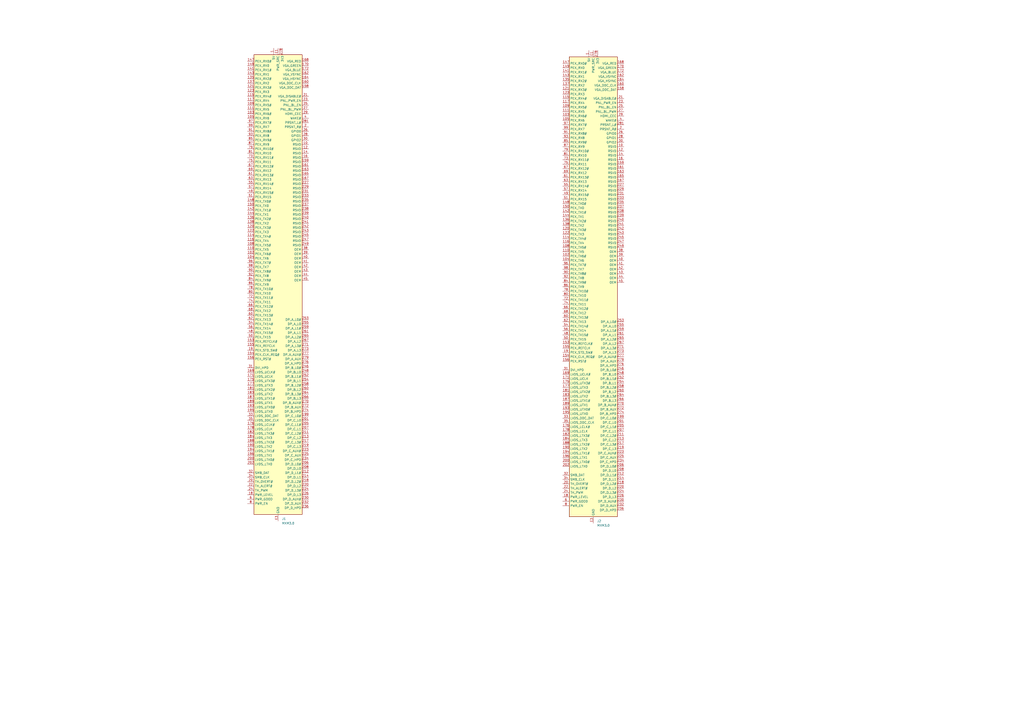
<source format=kicad_sch>
(kicad_sch (version 20230121) (generator eeschema)
  (paper "A2")
  (lib_symbols
    (symbol "Connector:MXM3.0"
      (property "Reference" "J" (at 0 2.54 0))
      (property "Value" "MXM3.0" (at 0 0 0))
      (symbol "MXM3.0_1_1"
        (rectangle (start -13.97 133.35) (end 13.97 -133.35) (stroke (width 0.254)) (fill (type background)))
        (pin power_in line (at -2.54 137.16 270) (length 3.81) (name "5V") (number "1"))
        (pin bidirectional line (at 17.78 81.28 180) (length 3.81) (name "RSVD") (number "10"))
        (pin passive line (at 0 -137.16 90) (length 3.81) hide (name "GND") (number "100"))
        (pin passive line (at 0 -137.16 90) (length 3.81) hide (name "GND") (number "101"))
        (pin input line (at -17.78 17.78 0) (length 3.81) (name "PEX_TX6#") (number "102"))
        (pin output line (at -17.78 99.06 0) (length 3.81) (name "PEX_RX6#") (number "103"))
        (pin input line (at -17.78 15.24 0) (length 3.81) (name "PEX_TX6") (number "104"))
        (pin output line (at -17.78 96.52 0) (length 3.81) (name "PEX_RX6") (number "105"))
        (pin passive line (at 0 -137.16 90) (length 3.81) hide (name "GND") (number "106"))
        (pin passive line (at 0 -137.16 90) (length 3.81) hide (name "GND") (number "107"))
        (pin input line (at -17.78 22.86 0) (length 3.81) (name "PEX_TX5#") (number "108"))
        (pin output line (at -17.78 104.14 0) (length 3.81) (name "PEX_RX5#") (number "109"))
        (pin passive line (at 0 -137.16 90) (length 3.81) hide (name "GND") (number "11"))
        (pin input line (at -17.78 20.32 0) (length 3.81) (name "PEX_TX5") (number "110"))
        (pin output line (at -17.78 101.6 0) (length 3.81) (name "PEX_RX5") (number "111"))
        (pin passive line (at 0 -137.16 90) (length 3.81) hide (name "GND") (number "112"))
        (pin passive line (at 0 -137.16 90) (length 3.81) hide (name "GND") (number "113"))
        (pin input line (at -17.78 27.94 0) (length 3.81) (name "PEX_TX4#") (number "114"))
        (pin output line (at -17.78 109.22 0) (length 3.81) (name "PEX_RX4#") (number "115"))
        (pin input line (at -17.78 25.4 0) (length 3.81) (name "PEX_TX4") (number "116"))
        (pin output line (at -17.78 106.68 0) (length 3.81) (name "PEX_RX4") (number "117"))
        (pin passive line (at 0 -137.16 90) (length 3.81) hide (name "GND") (number "118"))
        (pin passive line (at 0 -137.16 90) (length 3.81) hide (name "GND") (number "119"))
        (pin bidirectional line (at 17.78 78.74 180) (length 3.81) (name "RSVD") (number "12"))
        (pin input line (at -17.78 33.02 0) (length 3.81) (name "PEX_TX3#") (number "120"))
        (pin output line (at -17.78 114.3 0) (length 3.81) (name "PEX_RX3#") (number "121"))
        (pin input line (at -17.78 30.48 0) (length 3.81) (name "PEX_TX3") (number "122"))
        (pin output line (at -17.78 111.76 0) (length 3.81) (name "PEX_RX3") (number "123"))
        (pin passive line (at 0 -137.16 90) (length 3.81) hide (name "GND") (number "124"))
        (pin passive line (at 0 -137.16 90) (length 3.81) hide (name "GND") (number "125"))
        (pin passive line (at 0 -137.16 90) (length 3.81) hide (name "GND") (number "13"))
        (pin passive line (at 0 -137.16 90) (length 3.81) hide (name "GND") (number "133"))
        (pin passive line (at 0 -137.16 90) (length 3.81) hide (name "GND") (number "134"))
        (pin output line (at -17.78 119.38 0) (length 3.81) (name "PEX_RX2#") (number "135"))
        (pin input line (at -17.78 38.1 0) (length 3.81) (name "PEX_TX2#") (number "136"))
        (pin output line (at -17.78 116.84 0) (length 3.81) (name "PEX_RX2") (number "137"))
        (pin input line (at -17.78 35.56 0) (length 3.81) (name "PEX_TX2") (number "138"))
        (pin passive line (at 0 -137.16 90) (length 3.81) hide (name "GND") (number "139"))
        (pin bidirectional line (at 17.78 76.2 180) (length 3.81) (name "RSVD") (number "14"))
        (pin passive line (at 0 -137.16 90) (length 3.81) hide (name "GND") (number "140"))
        (pin output line (at -17.78 124.46 0) (length 3.81) (name "PEX_RX1#") (number "141"))
        (pin input line (at -17.78 43.18 0) (length 3.81) (name "PEX_TX1#") (number "142"))
        (pin output line (at -17.78 121.92 0) (length 3.81) (name "PEX_RX1") (number "143"))
        (pin input line (at -17.78 40.64 0) (length 3.81) (name "PEX_TX1") (number "144"))
        (pin passive line (at 0 -137.16 90) (length 3.81) hide (name "GND") (number "145"))
        (pin passive line (at 0 -137.16 90) (length 3.81) hide (name "GND") (number "146"))
        (pin output line (at -17.78 129.54 0) (length 3.81) (name "PEX_RX0#") (number "147"))
        (pin input line (at -17.78 48.26 0) (length 3.81) (name "PEX_TX0#") (number "148"))
        (pin output line (at -17.78 127 0) (length 3.81) (name "PEX_RX0") (number "149"))
        (pin passive line (at 0 -137.16 90) (length 3.81) hide (name "GND") (number "15"))
        (pin input line (at -17.78 45.72 0) (length 3.81) (name "PEX_TX0") (number "150"))
        (pin passive line (at 0 -137.16 90) (length 3.81) hide (name "GND") (number "151"))
        (pin passive line (at 0 -137.16 90) (length 3.81) hide (name "GND") (number "152"))
        (pin input line (at -17.78 -33.02 0) (length 3.81) (name "PEX_REFCLK#") (number "153"))
        (pin output line (at -17.78 -40.64 0) (length 3.81) (name "PEX_CLK_REQ#") (number "154"))
        (pin input line (at -17.78 -35.56 0) (length 3.81) (name "PEX_REFCLK") (number "155"))
        (pin input line (at -17.78 -43.18 0) (length 3.81) (name "PEX_RST#") (number "156"))
        (pin passive line (at 0 -137.16 90) (length 3.81) hide (name "GND") (number "157"))
        (pin bidirectional line (at 17.78 114.3 180) (length 3.81) (name "VGA_DDC_DAT") (number "158"))
        (pin bidirectional line (at 17.78 71.12 180) (length 3.81) (name "RSVD") (number "159"))
        (pin bidirectional line (at 17.78 73.66 180) (length 3.81) (name "RSVD") (number "16"))
        (pin output line (at 17.78 116.84 180) (length 3.81) (name "VGA_DDC_CLK") (number "160"))
        (pin bidirectional line (at 17.78 68.58 180) (length 3.81) (name "RSVD") (number "161"))
        (pin output line (at 17.78 121.92 180) (length 3.81) (name "VGA_VSYNC") (number "162"))
        (pin bidirectional line (at 17.78 66.04 180) (length 3.81) (name "RSVD") (number "163"))
        (pin output line (at 17.78 119.38 180) (length 3.81) (name "VGA_HSYNC") (number "164"))
        (pin bidirectional line (at 17.78 63.5 180) (length 3.81) (name "RSVD") (number "165"))
        (pin passive line (at 0 -137.16 90) (length 3.81) hide (name "GND") (number "166"))
        (pin bidirectional line (at 17.78 60.96 180) (length 3.81) (name "RSVD") (number "167"))
        (pin output line (at 17.78 129.54 180) (length 3.81) (name "VGA_RED") (number "168"))
        (pin output line (at -17.78 -50.8 0) (length 3.81) (name "LVDS_UCLK#") (number "169"))
        (pin passive line (at 0 -137.16 90) (length 3.81) hide (name "GND") (number "17"))
        (pin output line (at 17.78 127 180) (length 3.81) (name "VGA_GREEN") (number "170"))
        (pin output line (at -17.78 -53.34 0) (length 3.81) (name "LVDS_UCLK") (number "171"))
        (pin output line (at 17.78 124.46 180) (length 3.81) (name "VGA_BLUE") (number "172"))
        (pin passive line (at 0 -137.16 90) (length 3.81) hide (name "GND") (number "173"))
        (pin passive line (at 0 -137.16 90) (length 3.81) hide (name "GND") (number "174"))
        (pin output line (at -17.78 -55.88 0) (length 3.81) (name "LVDS_UTX3#") (number "175"))
        (pin output line (at -17.78 -81.28 0) (length 3.81) (name "LVDS_LCLK#") (number "176"))
        (pin output line (at -17.78 -58.42 0) (length 3.81) (name "LVDS_UTX3") (number "177"))
        (pin output line (at -17.78 -83.82 0) (length 3.81) (name "LVDS_LCLK") (number "178"))
        (pin passive line (at 0 -137.16 90) (length 3.81) hide (name "GND") (number "179"))
        (pin input line (at -17.78 -121.92 0) (length 3.81) (name "PWR_LEVEL") (number "18"))
        (pin passive line (at 0 -137.16 90) (length 3.81) hide (name "GND") (number "180"))
        (pin output line (at -17.78 -60.96 0) (length 3.81) (name "LVDS_UTX2#") (number "181"))
        (pin output line (at -17.78 -86.36 0) (length 3.81) (name "LVDS_LTX3#") (number "182"))
        (pin output line (at -17.78 -63.5 0) (length 3.81) (name "LVDS_UTX2") (number "183"))
        (pin output line (at -17.78 -88.9 0) (length 3.81) (name "LVDS_LTX3") (number "184"))
        (pin passive line (at 0 -137.16 90) (length 3.81) hide (name "GND") (number "185"))
        (pin passive line (at 0 -137.16 90) (length 3.81) hide (name "GND") (number "186"))
        (pin output line (at -17.78 -66.04 0) (length 3.81) (name "LVDS_UTX1#") (number "187"))
        (pin output line (at -17.78 -91.44 0) (length 3.81) (name "LVDS_LTX2#") (number "188"))
        (pin output line (at -17.78 -68.58 0) (length 3.81) (name "LVDS_UTX1") (number "189"))
        (pin input line (at -17.78 -38.1 0) (length 3.81) (name "PEX_STD_SW#") (number "19"))
        (pin output line (at -17.78 -93.98 0) (length 3.81) (name "LVDS_LTX2") (number "190"))
        (pin passive line (at 0 -137.16 90) (length 3.81) hide (name "GND") (number "191"))
        (pin passive line (at 0 -137.16 90) (length 3.81) hide (name "GND") (number "192"))
        (pin output line (at -17.78 -71.12 0) (length 3.81) (name "LVDS_UTX0#") (number "193"))
        (pin output line (at -17.78 -96.52 0) (length 3.81) (name "LVDS_LTX1#") (number "194"))
        (pin output line (at -17.78 -73.66 0) (length 3.81) (name "LVDS_UTX0") (number "195"))
        (pin output line (at -17.78 -99.06 0) (length 3.81) (name "LVDS_LTX1") (number "196"))
        (pin passive line (at 0 -137.16 90) (length 3.81) hide (name "GND") (number "197"))
        (pin passive line (at 0 -137.16 90) (length 3.81) hide (name "GND") (number "198"))
        (pin output line (at 17.78 -76.2 180) (length 3.81) (name "DP_C_L0#") (number "199"))
        (pin output line (at 17.78 91.44 180) (length 3.81) (name "PRSNT_R#") (number "2"))
        (pin output line (at -17.78 -114.3 0) (length 3.81) (name "TH_OVERT#") (number "20"))
        (pin output line (at -17.78 -101.6 0) (length 3.81) (name "LVDS_LTX0#") (number "200"))
        (pin output line (at 17.78 -78.74 180) (length 3.81) (name "DP_C_L0") (number "201"))
        (pin output line (at -17.78 -104.14 0) (length 3.81) (name "LVDS_LTX0") (number "202"))
        (pin passive line (at 0 -137.16 90) (length 3.81) hide (name "GND") (number "203"))
        (pin passive line (at 0 -137.16 90) (length 3.81) hide (name "GND") (number "204"))
        (pin output line (at 17.78 -81.28 180) (length 3.81) (name "DP_C_L1#") (number "205"))
        (pin output line (at 17.78 -104.14 180) (length 3.81) (name "DP_D_L0#") (number "206"))
        (pin output line (at 17.78 -83.82 180) (length 3.81) (name "DP_C_L1") (number "207"))
        (pin output line (at 17.78 -106.68 180) (length 3.81) (name "DP_D_L0") (number "208"))
        (pin passive line (at 0 -137.16 90) (length 3.81) hide (name "GND") (number "209"))
        (pin input line (at 17.78 109.22 180) (length 3.81) (name "VGA_DISABLE#") (number "21"))
        (pin passive line (at 0 -137.16 90) (length 3.81) hide (name "GND") (number "210"))
        (pin output line (at 17.78 -86.36 180) (length 3.81) (name "DP_C_L2#") (number "211"))
        (pin output line (at 17.78 -109.22 180) (length 3.81) (name "DP_D_L1#") (number "212"))
        (pin output line (at 17.78 -88.9 180) (length 3.81) (name "DP_C_L2") (number "213"))
        (pin output line (at 17.78 -111.76 180) (length 3.81) (name "DP_D_L1") (number "214"))
        (pin passive line (at 0 -137.16 90) (length 3.81) hide (name "GND") (number "215"))
        (pin passive line (at 0 -137.16 90) (length 3.81) hide (name "GND") (number "216"))
        (pin output line (at 17.78 -91.44 180) (length 3.81) (name "DP_C_L3#") (number "217"))
        (pin output line (at 17.78 -114.3 180) (length 3.81) (name "DP_D_L2#") (number "218"))
        (pin output line (at 17.78 -93.98 180) (length 3.81) (name "DP_C_L3") (number "219"))
        (pin bidirectional line (at -17.78 -116.84 0) (length 3.81) (name "TH_ALERT#") (number "22"))
        (pin output line (at 17.78 -116.84 180) (length 3.81) (name "DP_D_L2") (number "220"))
        (pin passive line (at 0 -137.16 90) (length 3.81) hide (name "GND") (number "221"))
        (pin passive line (at 0 -137.16 90) (length 3.81) hide (name "GND") (number "222"))
        (pin bidirectional line (at 17.78 -96.52 180) (length 3.81) (name "DP_C_AUX#") (number "223"))
        (pin output line (at 17.78 -119.38 180) (length 3.81) (name "DP_D_L3#") (number "224"))
        (pin bidirectional line (at 17.78 -99.06 180) (length 3.81) (name "DP_C_AUX") (number "225"))
        (pin output line (at 17.78 -121.92 180) (length 3.81) (name "DP_D_L3") (number "226"))
        (pin bidirectional line (at 17.78 58.42 180) (length 3.81) (name "RSVD") (number "227"))
        (pin passive line (at 0 -137.16 90) (length 3.81) hide (name "GND") (number "228"))
        (pin bidirectional line (at 17.78 55.88 180) (length 3.81) (name "RSVD") (number "229"))
        (pin output line (at 17.78 106.68 180) (length 3.81) (name "PNL_PWR_EN") (number "23"))
        (pin bidirectional line (at 17.78 -124.46 180) (length 3.81) (name "DP_D_AUX#") (number "230"))
        (pin bidirectional line (at 17.78 53.34 180) (length 3.81) (name "RSVD") (number "231"))
        (pin bidirectional line (at 17.78 -127 180) (length 3.81) (name "DP_D_AUX") (number "232"))
        (pin bidirectional line (at 17.78 50.8 180) (length 3.81) (name "RSVD") (number "233"))
        (pin input line (at 17.78 -101.6 180) (length 3.81) (name "DP_C_HPD") (number "234"))
        (pin bidirectional line (at 17.78 48.26 180) (length 3.81) (name "RSVD") (number "235"))
        (pin input line (at 17.78 -129.54 180) (length 3.81) (name "DP_D_HPD") (number "236"))
        (pin bidirectional line (at 17.78 45.72 180) (length 3.81) (name "RSVD") (number "237"))
        (pin bidirectional line (at 17.78 43.18 180) (length 3.81) (name "RSVD") (number "238"))
        (pin bidirectional line (at 17.78 40.64 180) (length 3.81) (name "RSVD") (number "239"))
        (pin output line (at -17.78 -119.38 0) (length 3.81) (name "TH_PWM") (number "24"))
        (pin bidirectional line (at 17.78 38.1 180) (length 3.81) (name "RSVD") (number "240"))
        (pin bidirectional line (at 17.78 35.56 180) (length 3.81) (name "RSVD") (number "241"))
        (pin bidirectional line (at 17.78 33.02 180) (length 3.81) (name "RSVD") (number "242"))
        (pin bidirectional line (at 17.78 30.48 180) (length 3.81) (name "RSVD") (number "243"))
        (pin passive line (at 0 -137.16 90) (length 3.81) hide (name "GND") (number "244"))
        (pin bidirectional line (at 17.78 27.94 180) (length 3.81) (name "RSVD") (number "245"))
        (pin output line (at 17.78 -48.26 180) (length 3.81) (name "DP_B_L0#") (number "246"))
        (pin bidirectional line (at 17.78 25.4 180) (length 3.81) (name "RSVD") (number "247"))
        (pin output line (at 17.78 -50.8 180) (length 3.81) (name "DP_B_L0") (number "248"))
        (pin bidirectional line (at 17.78 22.86 180) (length 3.81) (name "RSVD") (number "249"))
        (pin output line (at 17.78 104.14 180) (length 3.81) (name "PNL_BL_EN") (number "25"))
        (pin passive line (at 0 -137.16 90) (length 3.81) hide (name "GND") (number "250"))
        (pin passive line (at 0 -137.16 90) (length 3.81) hide (name "GND") (number "251"))
        (pin output line (at 17.78 -53.34 180) (length 3.81) (name "DP_B_L1#") (number "252"))
        (pin output line (at 17.78 -20.32 180) (length 3.81) (name "DP_A_L0#") (number "253"))
        (pin output line (at 17.78 -55.88 180) (length 3.81) (name "DP_B_L1") (number "254"))
        (pin output line (at 17.78 -22.86 180) (length 3.81) (name "DP_A_L0") (number "255"))
        (pin passive line (at 0 -137.16 90) (length 3.81) hide (name "GND") (number "256"))
        (pin passive line (at 0 -137.16 90) (length 3.81) hide (name "GND") (number "257"))
        (pin output line (at 17.78 -58.42 180) (length 3.81) (name "DP_B_L2#") (number "258"))
        (pin output line (at 17.78 -25.4 180) (length 3.81) (name "DP_A_L1#") (number "259"))
        (pin bidirectional line (at 17.78 88.9 180) (length 3.81) (name "GPIO0") (number "26"))
        (pin output line (at 17.78 -60.96 180) (length 3.81) (name "DP_B_L2") (number "260"))
        (pin output line (at 17.78 -27.94 180) (length 3.81) (name "DP_A_L1") (number "261"))
        (pin passive line (at 0 -137.16 90) (length 3.81) hide (name "GND") (number "262"))
        (pin passive line (at 0 -137.16 90) (length 3.81) hide (name "GND") (number "263"))
        (pin output line (at 17.78 -63.5 180) (length 3.81) (name "DP_B_L3#") (number "264"))
        (pin output line (at 17.78 -30.48 180) (length 3.81) (name "DP_A_L2#") (number "265"))
        (pin output line (at 17.78 -66.04 180) (length 3.81) (name "DP_B_L3") (number "266"))
        (pin output line (at 17.78 -33.02 180) (length 3.81) (name "DP_A_L2") (number "267"))
        (pin passive line (at 0 -137.16 90) (length 3.81) hide (name "GND") (number "268"))
        (pin passive line (at 0 -137.16 90) (length 3.81) hide (name "GND") (number "269"))
        (pin output line (at 17.78 101.6 180) (length 3.81) (name "PNL_BL_PWM") (number "27"))
        (pin bidirectional line (at 17.78 -68.58 180) (length 3.81) (name "DP_B_AUX#") (number "270"))
        (pin output line (at 17.78 -35.56 180) (length 3.81) (name "DP_A_L3#") (number "271"))
        (pin bidirectional line (at 17.78 -71.12 180) (length 3.81) (name "DP_B_AUX") (number "272"))
        (pin output line (at 17.78 -38.1 180) (length 3.81) (name "DP_A_L3") (number "273"))
        (pin input line (at 17.78 -73.66 180) (length 3.81) (name "DP_B_HPD") (number "274"))
        (pin passive line (at 0 -137.16 90) (length 3.81) hide (name "GND") (number "275"))
        (pin input line (at 17.78 -45.72 180) (length 3.81) (name "DP_A_HPD") (number "276"))
        (pin bidirectional line (at 17.78 -40.64 180) (length 3.81) (name "DP_A_AUX#") (number "277"))
        (pin power_in line (at 2.54 137.16 270) (length 3.81) (name "3V3") (number "278"))
        (pin bidirectional line (at 17.78 -43.18 180) (length 3.81) (name "DP_A_AUX") (number "279"))
        (pin bidirectional line (at 17.78 86.36 180) (length 3.81) (name "GPIO1") (number "28"))
        (pin passive line (at 2.54 137.16 270) (length 3.81) hide (name "3V3") (number "280"))
        (pin output line (at 17.78 93.98 180) (length 3.81) (name "PRSNT_L#") (number "281"))
        (pin bidirectional line (at 17.78 99.06 180) (length 3.81) (name "HDMI_CEC") (number "29"))
        (pin passive line (at -2.54 137.16 270) (length 3.81) hide (name "5V") (number "3"))
        (pin bidirectional line (at 17.78 83.82 180) (length 3.81) (name "GPIO2") (number "30"))
        (pin input line (at -17.78 -48.26 0) (length 3.81) (name "DVI_HPD") (number "31"))
        (pin bidirectional line (at -17.78 -109.22 0) (length 3.81) (name "SMB_DAT") (number "32"))
        (pin bidirectional line (at -17.78 -76.2 0) (length 3.81) (name "LVDS_DDC_DAT") (number "33"))
        (pin input line (at -17.78 -111.76 0) (length 3.81) (name "SMB_CLK") (number "34"))
        (pin output line (at -17.78 -78.74 0) (length 3.81) (name "LVDS_DDC_CLK") (number "35"))
        (pin passive line (at 0 -137.16 90) (length 3.81) hide (name "GND") (number "36"))
        (pin passive line (at 0 -137.16 90) (length 3.81) hide (name "GND") (number "37"))
        (pin bidirectional line (at 17.78 20.32 180) (length 3.81) (name "OEM") (number "38"))
        (pin bidirectional line (at 17.78 17.78 180) (length 3.81) (name "OEM") (number "39"))
        (pin output line (at 17.78 96.52 180) (length 3.81) (name "WAKE#") (number "4"))
        (pin bidirectional line (at 17.78 15.24 180) (length 3.81) (name "OEM") (number "40"))
        (pin bidirectional line (at 17.78 12.7 180) (length 3.81) (name "OEM") (number "41"))
        (pin bidirectional line (at 17.78 10.16 180) (length 3.81) (name "OEM") (number "42"))
        (pin bidirectional line (at 17.78 7.62 180) (length 3.81) (name "OEM") (number "43"))
        (pin bidirectional line (at 17.78 5.08 180) (length 3.81) (name "OEM") (number "44"))
        (pin bidirectional line (at 17.78 2.54 180) (length 3.81) (name "OEM") (number "45"))
        (pin passive line (at 0 -137.16 90) (length 3.81) hide (name "GND") (number "46"))
        (pin passive line (at 0 -137.16 90) (length 3.81) hide (name "GND") (number "47"))
        (pin input line (at -17.78 -27.94 0) (length 3.81) (name "PEX_TX15#") (number "48"))
        (pin output line (at -17.78 53.34 0) (length 3.81) (name "PEX_RX15#") (number "49"))
        (pin passive line (at -2.54 137.16 270) (length 3.81) hide (name "5V") (number "5"))
        (pin input line (at -17.78 -30.48 0) (length 3.81) (name "PEX_TX15") (number "50"))
        (pin output line (at -17.78 50.8 0) (length 3.81) (name "PEX_RX15") (number "51"))
        (pin passive line (at 0 -137.16 90) (length 3.81) hide (name "GND") (number "52"))
        (pin passive line (at 0 -137.16 90) (length 3.81) hide (name "GND") (number "53"))
        (pin input line (at -17.78 -22.86 0) (length 3.81) (name "PEX_TX14#") (number "54"))
        (pin output line (at -17.78 58.42 0) (length 3.81) (name "PEX_RX14#") (number "55"))
        (pin input line (at -17.78 -25.4 0) (length 3.81) (name "PEX_TX14") (number "56"))
        (pin output line (at -17.78 55.88 0) (length 3.81) (name "PEX_RX14") (number "57"))
        (pin passive line (at 0 -137.16 90) (length 3.81) hide (name "GND") (number "58"))
        (pin passive line (at 0 -137.16 90) (length 3.81) hide (name "GND") (number "59"))
        (pin output line (at -17.78 -124.46 0) (length 3.81) (name "PWR_GOOD") (number "6"))
        (pin input line (at -17.78 -17.78 0) (length 3.81) (name "PEX_TX13#") (number "60"))
        (pin output line (at -17.78 63.5 0) (length 3.81) (name "PEX_RX13#") (number "61"))
        (pin input line (at -17.78 -20.32 0) (length 3.81) (name "PEX_TX13") (number "62"))
        (pin output line (at -17.78 60.96 0) (length 3.81) (name "PEX_RX13") (number "63"))
        (pin passive line (at 0 -137.16 90) (length 3.81) hide (name "GND") (number "64"))
        (pin passive line (at 0 -137.16 90) (length 3.81) hide (name "GND") (number "65"))
        (pin input line (at -17.78 -12.7 0) (length 3.81) (name "PEX_TX12#") (number "66"))
        (pin output line (at -17.78 68.58 0) (length 3.81) (name "PEX_RX12#") (number "67"))
        (pin input line (at -17.78 -15.24 0) (length 3.81) (name "PEX_TX12") (number "68"))
        (pin output line (at -17.78 66.04 0) (length 3.81) (name "PEX_RX12") (number "69"))
        (pin passive line (at -2.54 137.16 270) (length 3.81) hide (name "5V") (number "7"))
        (pin passive line (at 0 -137.16 90) (length 3.81) hide (name "GND") (number "70"))
        (pin passive line (at 0 -137.16 90) (length 3.81) hide (name "GND") (number "71"))
        (pin input line (at -17.78 -7.62 0) (length 3.81) (name "PEX_TX11#") (number "72"))
        (pin output line (at -17.78 73.66 0) (length 3.81) (name "PEX_RX11#") (number "73"))
        (pin input line (at -17.78 -10.16 0) (length 3.81) (name "PEX_TX11") (number "74"))
        (pin output line (at -17.78 71.12 0) (length 3.81) (name "PEX_RX11") (number "75"))
        (pin passive line (at 0 -137.16 90) (length 3.81) hide (name "GND") (number "76"))
        (pin passive line (at 0 -137.16 90) (length 3.81) hide (name "GND") (number "77"))
        (pin input line (at -17.78 -2.54 0) (length 3.81) (name "PEX_TX10#") (number "78"))
        (pin output line (at -17.78 78.74 0) (length 3.81) (name "PEX_RX10#") (number "79"))
        (pin input line (at -17.78 -127 0) (length 3.81) (name "PWR_EN") (number "8"))
        (pin input line (at -17.78 -5.08 0) (length 3.81) (name "PEX_TX10") (number "80"))
        (pin output line (at -17.78 76.2 0) (length 3.81) (name "PEX_RX10") (number "81"))
        (pin passive line (at 0 -137.16 90) (length 3.81) hide (name "GND") (number "82"))
        (pin passive line (at 0 -137.16 90) (length 3.81) hide (name "GND") (number "83"))
        (pin input line (at -17.78 2.54 0) (length 3.81) (name "PEX_TX9#") (number "84"))
        (pin output line (at -17.78 83.82 0) (length 3.81) (name "PEX_RX9#") (number "85"))
        (pin input line (at -17.78 0 0) (length 3.81) (name "PEX_TX9") (number "86"))
        (pin output line (at -17.78 81.28 0) (length 3.81) (name "PEX_RX9") (number "87"))
        (pin passive line (at 0 -137.16 90) (length 3.81) hide (name "GND") (number "88"))
        (pin passive line (at 0 -137.16 90) (length 3.81) hide (name "GND") (number "89"))
        (pin passive line (at -2.54 137.16 270) (length 3.81) hide (name "5V") (number "9"))
        (pin input line (at -17.78 7.62 0) (length 3.81) (name "PEX_TX8#") (number "90"))
        (pin output line (at -17.78 88.9 0) (length 3.81) (name "PEX_RX8#") (number "91"))
        (pin input line (at -17.78 5.08 0) (length 3.81) (name "PEX_TX8") (number "92"))
        (pin output line (at -17.78 86.36 0) (length 3.81) (name "PEX_RX8") (number "93"))
        (pin passive line (at 0 -137.16 90) (length 3.81) hide (name "GND") (number "94"))
        (pin passive line (at 0 -137.16 90) (length 3.81) hide (name "GND") (number "95"))
        (pin input line (at -17.78 12.7 0) (length 3.81) (name "PEX_TX7#") (number "96"))
        (pin output line (at -17.78 93.98 0) (length 3.81) (name "PEX_RX7#") (number "97"))
        (pin input line (at -17.78 10.16 0) (length 3.81) (name "PEX_TX7") (number "98"))
        (pin output line (at -17.78 91.44 0) (length 3.81) (name "PEX_RX7") (number "99"))
        (pin power_in line (at 0 137.16 270) (length 3.81) (name "PWR_SRC") (number "E1"))
        (pin passive line (at 0 137.16 270) (length 3.81) hide (name "PWR_SRC") (number "E2"))
        (pin power_in line (at 0 -137.16 90) (length 3.81) (name "GND") (number "E3"))
        (pin passive line (at 0 -137.16 90) (length 3.81) hide (name "GND") (number "E4"))
      )
    )
  )
  (symbol (lib_id "Connector:MXM3.0") (at 344.17 166.37 0) (unit 1)
    (property "Reference" "J2" (at 346.3641 302.26 0) (effects (justify left)))
    (property "Value" "MXM3.0" (at 346.3641 304.8 0) (effects (justify left)))
  )
  (symbol (lib_id "Connector:MXM3.0") (at 161.29 165.1 0) (unit 1)
    (property "Reference" "J1" (at 163.4841 300.99 0) (effects (justify left)))
    (property "Value" "MXM3.0" (at 163.4841 303.53 0) (effects (justify left)))
  )
)
</source>
